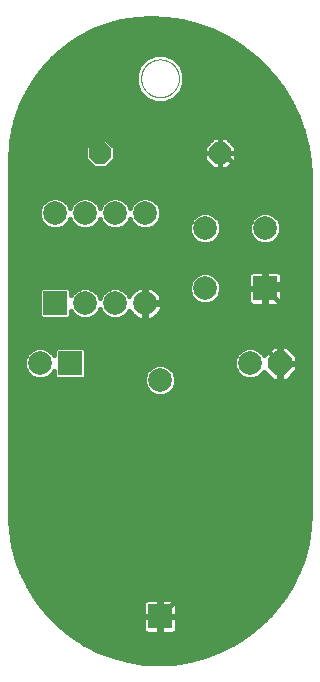
<source format=gbl>
G75*
%MOIN*%
%OFA0B0*%
%FSLAX25Y25*%
%IPPOS*%
%LPD*%
%AMOC8*
5,1,8,0,0,1.08239X$1,22.5*
%
%ADD10C,0.00000*%
%ADD11OC8,0.07087*%
%ADD12R,0.07874X0.07874*%
%ADD13C,0.07874*%
%ADD14OC8,0.07874*%
%ADD15C,0.01600*%
D10*
X0045561Y0196800D02*
X0045563Y0196958D01*
X0045569Y0197116D01*
X0045579Y0197274D01*
X0045593Y0197432D01*
X0045611Y0197589D01*
X0045632Y0197746D01*
X0045658Y0197902D01*
X0045688Y0198058D01*
X0045721Y0198213D01*
X0045759Y0198366D01*
X0045800Y0198519D01*
X0045845Y0198671D01*
X0045894Y0198822D01*
X0045947Y0198971D01*
X0046003Y0199119D01*
X0046063Y0199265D01*
X0046127Y0199410D01*
X0046195Y0199553D01*
X0046266Y0199695D01*
X0046340Y0199835D01*
X0046418Y0199972D01*
X0046500Y0200108D01*
X0046584Y0200242D01*
X0046673Y0200373D01*
X0046764Y0200502D01*
X0046859Y0200629D01*
X0046956Y0200754D01*
X0047057Y0200876D01*
X0047161Y0200995D01*
X0047268Y0201112D01*
X0047378Y0201226D01*
X0047491Y0201337D01*
X0047606Y0201446D01*
X0047724Y0201551D01*
X0047845Y0201653D01*
X0047968Y0201753D01*
X0048094Y0201849D01*
X0048222Y0201942D01*
X0048352Y0202032D01*
X0048485Y0202118D01*
X0048620Y0202202D01*
X0048756Y0202281D01*
X0048895Y0202358D01*
X0049036Y0202430D01*
X0049178Y0202500D01*
X0049322Y0202565D01*
X0049468Y0202627D01*
X0049615Y0202685D01*
X0049764Y0202740D01*
X0049914Y0202791D01*
X0050065Y0202838D01*
X0050217Y0202881D01*
X0050370Y0202920D01*
X0050525Y0202956D01*
X0050680Y0202987D01*
X0050836Y0203015D01*
X0050992Y0203039D01*
X0051149Y0203059D01*
X0051307Y0203075D01*
X0051464Y0203087D01*
X0051623Y0203095D01*
X0051781Y0203099D01*
X0051939Y0203099D01*
X0052097Y0203095D01*
X0052256Y0203087D01*
X0052413Y0203075D01*
X0052571Y0203059D01*
X0052728Y0203039D01*
X0052884Y0203015D01*
X0053040Y0202987D01*
X0053195Y0202956D01*
X0053350Y0202920D01*
X0053503Y0202881D01*
X0053655Y0202838D01*
X0053806Y0202791D01*
X0053956Y0202740D01*
X0054105Y0202685D01*
X0054252Y0202627D01*
X0054398Y0202565D01*
X0054542Y0202500D01*
X0054684Y0202430D01*
X0054825Y0202358D01*
X0054964Y0202281D01*
X0055100Y0202202D01*
X0055235Y0202118D01*
X0055368Y0202032D01*
X0055498Y0201942D01*
X0055626Y0201849D01*
X0055752Y0201753D01*
X0055875Y0201653D01*
X0055996Y0201551D01*
X0056114Y0201446D01*
X0056229Y0201337D01*
X0056342Y0201226D01*
X0056452Y0201112D01*
X0056559Y0200995D01*
X0056663Y0200876D01*
X0056764Y0200754D01*
X0056861Y0200629D01*
X0056956Y0200502D01*
X0057047Y0200373D01*
X0057136Y0200242D01*
X0057220Y0200108D01*
X0057302Y0199972D01*
X0057380Y0199835D01*
X0057454Y0199695D01*
X0057525Y0199553D01*
X0057593Y0199410D01*
X0057657Y0199265D01*
X0057717Y0199119D01*
X0057773Y0198971D01*
X0057826Y0198822D01*
X0057875Y0198671D01*
X0057920Y0198519D01*
X0057961Y0198366D01*
X0057999Y0198213D01*
X0058032Y0198058D01*
X0058062Y0197902D01*
X0058088Y0197746D01*
X0058109Y0197589D01*
X0058127Y0197432D01*
X0058141Y0197274D01*
X0058151Y0197116D01*
X0058157Y0196958D01*
X0058159Y0196800D01*
X0058157Y0196642D01*
X0058151Y0196484D01*
X0058141Y0196326D01*
X0058127Y0196168D01*
X0058109Y0196011D01*
X0058088Y0195854D01*
X0058062Y0195698D01*
X0058032Y0195542D01*
X0057999Y0195387D01*
X0057961Y0195234D01*
X0057920Y0195081D01*
X0057875Y0194929D01*
X0057826Y0194778D01*
X0057773Y0194629D01*
X0057717Y0194481D01*
X0057657Y0194335D01*
X0057593Y0194190D01*
X0057525Y0194047D01*
X0057454Y0193905D01*
X0057380Y0193765D01*
X0057302Y0193628D01*
X0057220Y0193492D01*
X0057136Y0193358D01*
X0057047Y0193227D01*
X0056956Y0193098D01*
X0056861Y0192971D01*
X0056764Y0192846D01*
X0056663Y0192724D01*
X0056559Y0192605D01*
X0056452Y0192488D01*
X0056342Y0192374D01*
X0056229Y0192263D01*
X0056114Y0192154D01*
X0055996Y0192049D01*
X0055875Y0191947D01*
X0055752Y0191847D01*
X0055626Y0191751D01*
X0055498Y0191658D01*
X0055368Y0191568D01*
X0055235Y0191482D01*
X0055100Y0191398D01*
X0054964Y0191319D01*
X0054825Y0191242D01*
X0054684Y0191170D01*
X0054542Y0191100D01*
X0054398Y0191035D01*
X0054252Y0190973D01*
X0054105Y0190915D01*
X0053956Y0190860D01*
X0053806Y0190809D01*
X0053655Y0190762D01*
X0053503Y0190719D01*
X0053350Y0190680D01*
X0053195Y0190644D01*
X0053040Y0190613D01*
X0052884Y0190585D01*
X0052728Y0190561D01*
X0052571Y0190541D01*
X0052413Y0190525D01*
X0052256Y0190513D01*
X0052097Y0190505D01*
X0051939Y0190501D01*
X0051781Y0190501D01*
X0051623Y0190505D01*
X0051464Y0190513D01*
X0051307Y0190525D01*
X0051149Y0190541D01*
X0050992Y0190561D01*
X0050836Y0190585D01*
X0050680Y0190613D01*
X0050525Y0190644D01*
X0050370Y0190680D01*
X0050217Y0190719D01*
X0050065Y0190762D01*
X0049914Y0190809D01*
X0049764Y0190860D01*
X0049615Y0190915D01*
X0049468Y0190973D01*
X0049322Y0191035D01*
X0049178Y0191100D01*
X0049036Y0191170D01*
X0048895Y0191242D01*
X0048756Y0191319D01*
X0048620Y0191398D01*
X0048485Y0191482D01*
X0048352Y0191568D01*
X0048222Y0191658D01*
X0048094Y0191751D01*
X0047968Y0191847D01*
X0047845Y0191947D01*
X0047724Y0192049D01*
X0047606Y0192154D01*
X0047491Y0192263D01*
X0047378Y0192374D01*
X0047268Y0192488D01*
X0047161Y0192605D01*
X0047057Y0192724D01*
X0046956Y0192846D01*
X0046859Y0192971D01*
X0046764Y0193098D01*
X0046673Y0193227D01*
X0046584Y0193358D01*
X0046500Y0193492D01*
X0046418Y0193628D01*
X0046340Y0193765D01*
X0046266Y0193905D01*
X0046195Y0194047D01*
X0046127Y0194190D01*
X0046063Y0194335D01*
X0046003Y0194481D01*
X0045947Y0194629D01*
X0045894Y0194778D01*
X0045845Y0194929D01*
X0045800Y0195081D01*
X0045759Y0195234D01*
X0045721Y0195387D01*
X0045688Y0195542D01*
X0045658Y0195698D01*
X0045632Y0195854D01*
X0045611Y0196011D01*
X0045593Y0196168D01*
X0045579Y0196326D01*
X0045569Y0196484D01*
X0045563Y0196642D01*
X0045561Y0196800D01*
D11*
X0031860Y0171800D03*
X0071860Y0171800D03*
D12*
X0086860Y0126800D03*
X0021860Y0101800D03*
X0016860Y0121800D03*
X0051860Y0017430D03*
D13*
X0051860Y0096170D03*
X0046860Y0121800D03*
X0036860Y0121800D03*
X0026860Y0121800D03*
X0011860Y0101800D03*
X0016860Y0151800D03*
X0026860Y0151800D03*
X0036860Y0151800D03*
X0046860Y0151800D03*
X0066860Y0146800D03*
X0066860Y0126800D03*
X0081860Y0101800D03*
X0086860Y0146800D03*
D14*
X0091860Y0101800D03*
D15*
X0011313Y0022204D02*
X0014574Y0018177D01*
X0018237Y0014514D01*
X0022264Y0011253D01*
X0026609Y0008431D01*
X0031225Y0006079D01*
X0036062Y0004223D01*
X0041066Y0002882D01*
X0046184Y0002071D01*
X0051358Y0001800D01*
X0056636Y0002077D01*
X0061858Y0002904D01*
X0066964Y0004272D01*
X0071899Y0006166D01*
X0076609Y0008566D01*
X0081042Y0011445D01*
X0085150Y0014772D01*
X0088888Y0018510D01*
X0092215Y0022618D01*
X0095094Y0027051D01*
X0097494Y0031761D01*
X0099388Y0036696D01*
X0100756Y0041802D01*
X0101583Y0047024D01*
X0101860Y0052303D01*
X0101860Y0163649D01*
X0101604Y0168859D01*
X0100839Y0174018D01*
X0099571Y0179078D01*
X0097814Y0183989D01*
X0095584Y0188704D01*
X0092903Y0193178D01*
X0089795Y0197368D01*
X0086293Y0201233D01*
X0082428Y0204735D01*
X0078238Y0207842D01*
X0073764Y0210524D01*
X0069049Y0212754D01*
X0064138Y0214511D01*
X0059079Y0215779D01*
X0053919Y0216544D01*
X0048709Y0216800D01*
X0043812Y0216543D01*
X0038969Y0215776D01*
X0034232Y0214507D01*
X0029654Y0212750D01*
X0025285Y0210523D01*
X0021172Y0207853D01*
X0017361Y0204767D01*
X0013894Y0201299D01*
X0010807Y0197488D01*
X0008137Y0193375D01*
X0005910Y0189006D01*
X0004153Y0184428D01*
X0002884Y0179691D01*
X0002117Y0174848D01*
X0001860Y0169951D01*
X0001860Y0051297D01*
X0002131Y0046124D01*
X0002942Y0041006D01*
X0004283Y0036002D01*
X0006139Y0031165D01*
X0008491Y0026549D01*
X0011313Y0022204D01*
X0010936Y0022785D02*
X0046796Y0022785D01*
X0046818Y0022807D02*
X0046483Y0022472D01*
X0046246Y0022062D01*
X0046123Y0021604D01*
X0046123Y0017614D01*
X0051676Y0017614D01*
X0051676Y0017246D01*
X0046123Y0017246D01*
X0046123Y0013256D01*
X0046246Y0012798D01*
X0046483Y0012388D01*
X0046818Y0012053D01*
X0047228Y0011816D01*
X0047686Y0011693D01*
X0051676Y0011693D01*
X0051676Y0017246D01*
X0052044Y0017246D01*
X0052044Y0017614D01*
X0051676Y0017614D01*
X0051676Y0023167D01*
X0047686Y0023167D01*
X0047228Y0023044D01*
X0046818Y0022807D01*
X0046123Y0021187D02*
X0012137Y0021187D01*
X0013431Y0019588D02*
X0046123Y0019588D01*
X0046123Y0017990D02*
X0014761Y0017990D01*
X0016360Y0016391D02*
X0046123Y0016391D01*
X0046123Y0014793D02*
X0017958Y0014793D01*
X0019867Y0013194D02*
X0046140Y0013194D01*
X0051676Y0013194D02*
X0052044Y0013194D01*
X0052044Y0011693D02*
X0056034Y0011693D01*
X0056492Y0011816D01*
X0056902Y0012053D01*
X0057237Y0012388D01*
X0057474Y0012798D01*
X0057597Y0013256D01*
X0057597Y0017246D01*
X0052044Y0017246D01*
X0052044Y0011693D01*
X0052044Y0014793D02*
X0051676Y0014793D01*
X0051676Y0016391D02*
X0052044Y0016391D01*
X0051860Y0017430D02*
X0091860Y0057430D01*
X0091860Y0101800D01*
X0071860Y0121800D01*
X0071099Y0123491D02*
X0081123Y0123491D01*
X0081123Y0122626D02*
X0081246Y0122168D01*
X0081483Y0121758D01*
X0081818Y0121423D01*
X0082228Y0121186D01*
X0082686Y0121063D01*
X0086676Y0121063D01*
X0086676Y0126616D01*
X0081123Y0126616D01*
X0081123Y0122626D01*
X0081405Y0121893D02*
X0068959Y0121893D01*
X0069883Y0122276D02*
X0071385Y0123777D01*
X0072197Y0125738D01*
X0072197Y0127862D01*
X0071385Y0129823D01*
X0069883Y0131324D01*
X0067922Y0132137D01*
X0065798Y0132137D01*
X0063837Y0131324D01*
X0062336Y0129823D01*
X0061523Y0127862D01*
X0061523Y0125738D01*
X0062336Y0123777D01*
X0063837Y0122276D01*
X0065798Y0121463D01*
X0067922Y0121463D01*
X0069883Y0122276D01*
X0071928Y0125090D02*
X0081123Y0125090D01*
X0081123Y0126984D02*
X0086676Y0126984D01*
X0086676Y0126616D01*
X0087044Y0126616D01*
X0087044Y0121063D01*
X0091034Y0121063D01*
X0091492Y0121186D01*
X0091902Y0121423D01*
X0092237Y0121758D01*
X0092474Y0122168D01*
X0092597Y0122626D01*
X0092597Y0126616D01*
X0087044Y0126616D01*
X0087044Y0126984D01*
X0086676Y0126984D01*
X0086676Y0132537D01*
X0082686Y0132537D01*
X0082228Y0132414D01*
X0081818Y0132177D01*
X0081483Y0131842D01*
X0081246Y0131432D01*
X0081123Y0130974D01*
X0081123Y0126984D01*
X0081123Y0128287D02*
X0072021Y0128287D01*
X0072197Y0126688D02*
X0086676Y0126688D01*
X0086860Y0126800D02*
X0091860Y0121800D01*
X0091860Y0101800D01*
X0092044Y0101984D02*
X0091676Y0101984D01*
X0091676Y0107537D01*
X0089484Y0107537D01*
X0086497Y0104551D01*
X0086385Y0104823D01*
X0084883Y0106324D01*
X0082922Y0107137D01*
X0080798Y0107137D01*
X0078837Y0106324D01*
X0077336Y0104823D01*
X0076523Y0102862D01*
X0076523Y0100738D01*
X0077336Y0098777D01*
X0078837Y0097276D01*
X0080798Y0096463D01*
X0082922Y0096463D01*
X0084883Y0097276D01*
X0086385Y0098777D01*
X0086497Y0099049D01*
X0089484Y0096063D01*
X0091676Y0096063D01*
X0091676Y0101616D01*
X0092044Y0101616D01*
X0092044Y0096063D01*
X0094236Y0096063D01*
X0097597Y0099424D01*
X0097597Y0101616D01*
X0092044Y0101616D01*
X0092044Y0101984D01*
X0092044Y0107537D01*
X0094236Y0107537D01*
X0097597Y0104176D01*
X0097597Y0101984D01*
X0092044Y0101984D01*
X0092044Y0102711D02*
X0091676Y0102711D01*
X0091676Y0104309D02*
X0092044Y0104309D01*
X0092044Y0105908D02*
X0091676Y0105908D01*
X0091676Y0107506D02*
X0092044Y0107506D01*
X0094267Y0107506D02*
X0101860Y0107506D01*
X0101860Y0105908D02*
X0095866Y0105908D01*
X0097464Y0104309D02*
X0101860Y0104309D01*
X0101860Y0102711D02*
X0097597Y0102711D01*
X0097597Y0101112D02*
X0101860Y0101112D01*
X0101860Y0099514D02*
X0097597Y0099514D01*
X0096089Y0097915D02*
X0101860Y0097915D01*
X0101860Y0096317D02*
X0094490Y0096317D01*
X0092044Y0096317D02*
X0091676Y0096317D01*
X0091676Y0097915D02*
X0092044Y0097915D01*
X0092044Y0099514D02*
X0091676Y0099514D01*
X0091676Y0101112D02*
X0092044Y0101112D01*
X0089230Y0096317D02*
X0057197Y0096317D01*
X0057197Y0097232D02*
X0056385Y0099193D01*
X0054883Y0100695D01*
X0052922Y0101507D01*
X0050798Y0101507D01*
X0048837Y0100695D01*
X0047336Y0099193D01*
X0046523Y0097232D01*
X0046523Y0095108D01*
X0047336Y0093147D01*
X0048837Y0091646D01*
X0050798Y0090833D01*
X0052922Y0090833D01*
X0054883Y0091646D01*
X0056385Y0093147D01*
X0057197Y0095108D01*
X0057197Y0097232D01*
X0056914Y0097915D02*
X0078197Y0097915D01*
X0077030Y0099514D02*
X0056064Y0099514D01*
X0053875Y0101112D02*
X0076523Y0101112D01*
X0076523Y0102711D02*
X0027197Y0102711D01*
X0027197Y0104309D02*
X0077123Y0104309D01*
X0078420Y0105908D02*
X0027197Y0105908D01*
X0027197Y0106317D02*
X0026377Y0107137D01*
X0017343Y0107137D01*
X0016523Y0106317D01*
X0016523Y0104489D01*
X0016385Y0104823D01*
X0014883Y0106324D01*
X0012922Y0107137D01*
X0010798Y0107137D01*
X0008837Y0106324D01*
X0007336Y0104823D01*
X0006523Y0102862D01*
X0006523Y0100738D01*
X0007336Y0098777D01*
X0008837Y0097276D01*
X0010798Y0096463D01*
X0012922Y0096463D01*
X0014883Y0097276D01*
X0016385Y0098777D01*
X0016523Y0099111D01*
X0016523Y0097283D01*
X0017343Y0096463D01*
X0026377Y0096463D01*
X0027197Y0097283D01*
X0027197Y0106317D01*
X0027197Y0101112D02*
X0049845Y0101112D01*
X0047656Y0099514D02*
X0027197Y0099514D01*
X0027197Y0097915D02*
X0046806Y0097915D01*
X0046523Y0096317D02*
X0001860Y0096317D01*
X0001860Y0097915D02*
X0008197Y0097915D01*
X0007030Y0099514D02*
X0001860Y0099514D01*
X0001860Y0101112D02*
X0006523Y0101112D01*
X0006523Y0102711D02*
X0001860Y0102711D01*
X0001860Y0104309D02*
X0007123Y0104309D01*
X0008420Y0105908D02*
X0001860Y0105908D01*
X0001860Y0107506D02*
X0089453Y0107506D01*
X0087854Y0105908D02*
X0085300Y0105908D01*
X0085523Y0097915D02*
X0087632Y0097915D01*
X0101860Y0094718D02*
X0057035Y0094718D01*
X0056357Y0093120D02*
X0101860Y0093120D01*
X0101860Y0091521D02*
X0054583Y0091521D01*
X0049137Y0091521D02*
X0001860Y0091521D01*
X0001860Y0089923D02*
X0101860Y0089923D01*
X0101860Y0088324D02*
X0001860Y0088324D01*
X0001860Y0086726D02*
X0101860Y0086726D01*
X0101860Y0085127D02*
X0001860Y0085127D01*
X0001860Y0083529D02*
X0101860Y0083529D01*
X0101860Y0081930D02*
X0001860Y0081930D01*
X0001860Y0080332D02*
X0101860Y0080332D01*
X0101860Y0078733D02*
X0001860Y0078733D01*
X0001860Y0077134D02*
X0101860Y0077134D01*
X0101860Y0075536D02*
X0001860Y0075536D01*
X0001860Y0073937D02*
X0101860Y0073937D01*
X0101860Y0072339D02*
X0001860Y0072339D01*
X0001860Y0070740D02*
X0101860Y0070740D01*
X0101860Y0069142D02*
X0001860Y0069142D01*
X0001860Y0067543D02*
X0101860Y0067543D01*
X0101860Y0065945D02*
X0001860Y0065945D01*
X0001860Y0064346D02*
X0101860Y0064346D01*
X0101860Y0062748D02*
X0001860Y0062748D01*
X0001860Y0061149D02*
X0101860Y0061149D01*
X0101860Y0059551D02*
X0001860Y0059551D01*
X0001860Y0057952D02*
X0101860Y0057952D01*
X0101860Y0056354D02*
X0001860Y0056354D01*
X0001860Y0054755D02*
X0101860Y0054755D01*
X0101860Y0053157D02*
X0001860Y0053157D01*
X0001860Y0051558D02*
X0101821Y0051558D01*
X0101737Y0049960D02*
X0001930Y0049960D01*
X0002014Y0048361D02*
X0101654Y0048361D01*
X0101542Y0046763D02*
X0002098Y0046763D01*
X0002283Y0045164D02*
X0101289Y0045164D01*
X0101036Y0043566D02*
X0002536Y0043566D01*
X0002790Y0041967D02*
X0100783Y0041967D01*
X0100372Y0040369D02*
X0003113Y0040369D01*
X0003541Y0038770D02*
X0099944Y0038770D01*
X0099516Y0037172D02*
X0003969Y0037172D01*
X0004447Y0035573D02*
X0098957Y0035573D01*
X0098344Y0033975D02*
X0005061Y0033975D01*
X0005674Y0032376D02*
X0097730Y0032376D01*
X0096993Y0030778D02*
X0006337Y0030778D01*
X0007151Y0029179D02*
X0096178Y0029179D01*
X0095364Y0027581D02*
X0007966Y0027581D01*
X0008859Y0025982D02*
X0094400Y0025982D01*
X0093362Y0024384D02*
X0009898Y0024384D01*
X0021841Y0011596D02*
X0081228Y0011596D01*
X0078812Y0009997D02*
X0024198Y0009997D01*
X0026673Y0008399D02*
X0076280Y0008399D01*
X0073143Y0006800D02*
X0029811Y0006800D01*
X0033512Y0005201D02*
X0069386Y0005201D01*
X0064468Y0003603D02*
X0038374Y0003603D01*
X0047456Y0002004D02*
X0055259Y0002004D01*
X0057580Y0013194D02*
X0083202Y0013194D01*
X0085171Y0014793D02*
X0057597Y0014793D01*
X0057597Y0016391D02*
X0086770Y0016391D01*
X0088368Y0017990D02*
X0057597Y0017990D01*
X0057597Y0017614D02*
X0057597Y0021604D01*
X0057474Y0022062D01*
X0057237Y0022472D01*
X0056902Y0022807D01*
X0056492Y0023044D01*
X0056034Y0023167D01*
X0052044Y0023167D01*
X0052044Y0017614D01*
X0057597Y0017614D01*
X0057597Y0019588D02*
X0089761Y0019588D01*
X0091056Y0021187D02*
X0057597Y0021187D01*
X0056924Y0022785D02*
X0092324Y0022785D01*
X0052044Y0022785D02*
X0051676Y0022785D01*
X0051676Y0021187D02*
X0052044Y0021187D01*
X0052044Y0019588D02*
X0051676Y0019588D01*
X0051676Y0017990D02*
X0052044Y0017990D01*
X0047363Y0093120D02*
X0001860Y0093120D01*
X0001860Y0094718D02*
X0046685Y0094718D01*
X0046560Y0116063D02*
X0046560Y0121500D01*
X0047160Y0121500D01*
X0047160Y0116063D01*
X0047312Y0116063D01*
X0048203Y0116204D01*
X0049062Y0116483D01*
X0049867Y0116893D01*
X0050597Y0117424D01*
X0051236Y0118063D01*
X0051767Y0118793D01*
X0052177Y0119598D01*
X0052456Y0120457D01*
X0052597Y0121348D01*
X0052597Y0121500D01*
X0047160Y0121500D01*
X0047160Y0122100D01*
X0046560Y0122100D01*
X0046560Y0127537D01*
X0046409Y0127537D01*
X0045517Y0127396D01*
X0044658Y0127117D01*
X0043853Y0126707D01*
X0043123Y0126176D01*
X0042484Y0125537D01*
X0041953Y0124807D01*
X0041643Y0124198D01*
X0041385Y0124823D01*
X0039883Y0126324D01*
X0037922Y0127137D01*
X0035798Y0127137D01*
X0033837Y0126324D01*
X0032336Y0124823D01*
X0031860Y0123675D01*
X0031385Y0124823D01*
X0029883Y0126324D01*
X0027922Y0127137D01*
X0025798Y0127137D01*
X0023837Y0126324D01*
X0022336Y0124823D01*
X0022197Y0124489D01*
X0022197Y0126317D01*
X0021377Y0127137D01*
X0012343Y0127137D01*
X0011523Y0126317D01*
X0011523Y0117283D01*
X0012343Y0116463D01*
X0021377Y0116463D01*
X0022197Y0117283D01*
X0022197Y0119111D01*
X0022336Y0118777D01*
X0023837Y0117276D01*
X0025798Y0116463D01*
X0027922Y0116463D01*
X0029883Y0117276D01*
X0031385Y0118777D01*
X0031860Y0119925D01*
X0032336Y0118777D01*
X0033837Y0117276D01*
X0035798Y0116463D01*
X0037922Y0116463D01*
X0039883Y0117276D01*
X0041385Y0118777D01*
X0041643Y0119402D01*
X0041953Y0118793D01*
X0042484Y0118063D01*
X0043123Y0117424D01*
X0043853Y0116893D01*
X0044658Y0116483D01*
X0045517Y0116204D01*
X0046409Y0116063D01*
X0046560Y0116063D01*
X0046560Y0117097D02*
X0047160Y0117097D01*
X0047160Y0118696D02*
X0046560Y0118696D01*
X0046560Y0120294D02*
X0047160Y0120294D01*
X0047160Y0121893D02*
X0064761Y0121893D01*
X0062621Y0123491D02*
X0052343Y0123491D01*
X0052456Y0123143D02*
X0052177Y0124002D01*
X0051767Y0124807D01*
X0051236Y0125537D01*
X0050597Y0126176D01*
X0049867Y0126707D01*
X0049062Y0127117D01*
X0048203Y0127396D01*
X0047312Y0127537D01*
X0047160Y0127537D01*
X0047160Y0122100D01*
X0052597Y0122100D01*
X0052597Y0122252D01*
X0052456Y0123143D01*
X0051561Y0125090D02*
X0061792Y0125090D01*
X0061523Y0126688D02*
X0049892Y0126688D01*
X0047160Y0126688D02*
X0046560Y0126688D01*
X0046560Y0125090D02*
X0047160Y0125090D01*
X0047160Y0123491D02*
X0046560Y0123491D01*
X0043828Y0126688D02*
X0039005Y0126688D01*
X0041118Y0125090D02*
X0042159Y0125090D01*
X0042024Y0118696D02*
X0041304Y0118696D01*
X0039453Y0117097D02*
X0043572Y0117097D01*
X0050148Y0117097D02*
X0101860Y0117097D01*
X0101860Y0115499D02*
X0001860Y0115499D01*
X0001860Y0117097D02*
X0011709Y0117097D01*
X0011523Y0118696D02*
X0001860Y0118696D01*
X0001860Y0120294D02*
X0011523Y0120294D01*
X0011523Y0121893D02*
X0001860Y0121893D01*
X0001860Y0123491D02*
X0011523Y0123491D01*
X0011523Y0125090D02*
X0001860Y0125090D01*
X0001860Y0126688D02*
X0011895Y0126688D01*
X0021826Y0126688D02*
X0024715Y0126688D01*
X0022602Y0125090D02*
X0022197Y0125090D01*
X0022197Y0118696D02*
X0022417Y0118696D01*
X0022011Y0117097D02*
X0024267Y0117097D01*
X0029453Y0117097D02*
X0034267Y0117097D01*
X0032417Y0118696D02*
X0031304Y0118696D01*
X0031118Y0125090D02*
X0032602Y0125090D01*
X0034715Y0126688D02*
X0029005Y0126688D01*
X0016523Y0105908D02*
X0015300Y0105908D01*
X0015523Y0097915D02*
X0016523Y0097915D01*
X0001860Y0109105D02*
X0101860Y0109105D01*
X0101860Y0110703D02*
X0001860Y0110703D01*
X0001860Y0112302D02*
X0101860Y0112302D01*
X0101860Y0113900D02*
X0001860Y0113900D01*
X0001860Y0128287D02*
X0061699Y0128287D01*
X0062398Y0129885D02*
X0001860Y0129885D01*
X0001860Y0131484D02*
X0064222Y0131484D01*
X0069498Y0131484D02*
X0081276Y0131484D01*
X0081123Y0129885D02*
X0071322Y0129885D01*
X0067922Y0141463D02*
X0065798Y0141463D01*
X0063837Y0142276D01*
X0062336Y0143777D01*
X0061523Y0145738D01*
X0061523Y0147862D01*
X0062336Y0149823D01*
X0063837Y0151324D01*
X0065798Y0152137D01*
X0067922Y0152137D01*
X0069883Y0151324D01*
X0071385Y0149823D01*
X0072197Y0147862D01*
X0072197Y0145738D01*
X0071385Y0143777D01*
X0069883Y0142276D01*
X0067922Y0141463D01*
X0070281Y0142673D02*
X0083439Y0142673D01*
X0083837Y0142276D02*
X0085798Y0141463D01*
X0087922Y0141463D01*
X0089883Y0142276D01*
X0091385Y0143777D01*
X0092197Y0145738D01*
X0092197Y0147862D01*
X0091385Y0149823D01*
X0089883Y0151324D01*
X0087922Y0152137D01*
X0085798Y0152137D01*
X0083837Y0151324D01*
X0082336Y0149823D01*
X0081523Y0147862D01*
X0081523Y0145738D01*
X0082336Y0143777D01*
X0083837Y0142276D01*
X0082130Y0144272D02*
X0071590Y0144272D01*
X0072197Y0145870D02*
X0081523Y0145870D01*
X0081523Y0147469D02*
X0072197Y0147469D01*
X0071698Y0149068D02*
X0082023Y0149068D01*
X0083178Y0150666D02*
X0070542Y0150666D01*
X0063178Y0150666D02*
X0052167Y0150666D01*
X0052197Y0150738D02*
X0051385Y0148777D01*
X0049883Y0147276D01*
X0047922Y0146463D01*
X0045798Y0146463D01*
X0043837Y0147276D01*
X0042336Y0148777D01*
X0041860Y0149925D01*
X0041385Y0148777D01*
X0039883Y0147276D01*
X0037922Y0146463D01*
X0035798Y0146463D01*
X0033837Y0147276D01*
X0032336Y0148777D01*
X0031860Y0149925D01*
X0031385Y0148777D01*
X0029883Y0147276D01*
X0027922Y0146463D01*
X0025798Y0146463D01*
X0023837Y0147276D01*
X0022336Y0148777D01*
X0021860Y0149925D01*
X0021385Y0148777D01*
X0019883Y0147276D01*
X0017922Y0146463D01*
X0015798Y0146463D01*
X0013837Y0147276D01*
X0012336Y0148777D01*
X0011523Y0150738D01*
X0011523Y0152862D01*
X0012336Y0154823D01*
X0013837Y0156324D01*
X0015798Y0157137D01*
X0017922Y0157137D01*
X0019883Y0156324D01*
X0021385Y0154823D01*
X0021860Y0153675D01*
X0022336Y0154823D01*
X0023837Y0156324D01*
X0025798Y0157137D01*
X0027922Y0157137D01*
X0029883Y0156324D01*
X0031385Y0154823D01*
X0031860Y0153675D01*
X0032336Y0154823D01*
X0033837Y0156324D01*
X0035798Y0157137D01*
X0037922Y0157137D01*
X0039883Y0156324D01*
X0041385Y0154823D01*
X0041860Y0153675D01*
X0042336Y0154823D01*
X0043837Y0156324D01*
X0045798Y0157137D01*
X0047922Y0157137D01*
X0049883Y0156324D01*
X0051385Y0154823D01*
X0052197Y0152862D01*
X0052197Y0150738D01*
X0052197Y0152265D02*
X0101860Y0152265D01*
X0101860Y0153863D02*
X0051782Y0153863D01*
X0050746Y0155462D02*
X0101860Y0155462D01*
X0101860Y0157060D02*
X0048107Y0157060D01*
X0045613Y0157060D02*
X0038107Y0157060D01*
X0040746Y0155462D02*
X0042974Y0155462D01*
X0041938Y0153863D02*
X0041782Y0153863D01*
X0041505Y0149068D02*
X0042215Y0149068D01*
X0043643Y0147469D02*
X0040077Y0147469D01*
X0033643Y0147469D02*
X0030077Y0147469D01*
X0031505Y0149068D02*
X0032215Y0149068D01*
X0031938Y0153863D02*
X0031782Y0153863D01*
X0030746Y0155462D02*
X0032974Y0155462D01*
X0035613Y0157060D02*
X0028107Y0157060D01*
X0025613Y0157060D02*
X0018107Y0157060D01*
X0015613Y0157060D02*
X0001860Y0157060D01*
X0001860Y0155462D02*
X0012974Y0155462D01*
X0011938Y0153863D02*
X0001860Y0153863D01*
X0001860Y0152265D02*
X0011523Y0152265D01*
X0011553Y0150666D02*
X0001860Y0150666D01*
X0001860Y0149068D02*
X0012215Y0149068D01*
X0013643Y0147469D02*
X0001860Y0147469D01*
X0001860Y0145870D02*
X0061523Y0145870D01*
X0061523Y0147469D02*
X0050077Y0147469D01*
X0051505Y0149068D02*
X0062023Y0149068D01*
X0062130Y0144272D02*
X0001860Y0144272D01*
X0001860Y0142673D02*
X0063439Y0142673D01*
X0052403Y0120294D02*
X0101860Y0120294D01*
X0101860Y0118696D02*
X0051696Y0118696D01*
X0023643Y0147469D02*
X0020077Y0147469D01*
X0021505Y0149068D02*
X0022215Y0149068D01*
X0021938Y0153863D02*
X0021782Y0153863D01*
X0020746Y0155462D02*
X0022974Y0155462D01*
X0029812Y0166857D02*
X0033908Y0166857D01*
X0036803Y0169752D01*
X0036803Y0173848D01*
X0033908Y0176743D01*
X0029812Y0176743D01*
X0026917Y0173848D01*
X0026917Y0169752D01*
X0029812Y0166857D01*
X0028420Y0168250D02*
X0001860Y0168250D01*
X0001860Y0169848D02*
X0026917Y0169848D01*
X0026917Y0171447D02*
X0001938Y0171447D01*
X0002022Y0173045D02*
X0026917Y0173045D01*
X0027713Y0174644D02*
X0002106Y0174644D01*
X0002338Y0176242D02*
X0029311Y0176242D01*
X0034409Y0176242D02*
X0068746Y0176242D01*
X0069647Y0177143D02*
X0066517Y0174013D01*
X0066517Y0171800D01*
X0066517Y0169587D01*
X0069647Y0166457D01*
X0071860Y0166457D01*
X0074073Y0166457D01*
X0077203Y0169587D01*
X0077203Y0171800D01*
X0071860Y0171800D01*
X0071860Y0171800D01*
X0066517Y0171800D01*
X0071860Y0171800D01*
X0085610Y0161800D01*
X0094360Y0153050D01*
X0094360Y0129300D01*
X0086860Y0126800D01*
X0087044Y0126688D02*
X0101860Y0126688D01*
X0101860Y0125090D02*
X0092597Y0125090D01*
X0092597Y0123491D02*
X0101860Y0123491D01*
X0101860Y0121893D02*
X0092315Y0121893D01*
X0092597Y0126984D02*
X0092597Y0130974D01*
X0092474Y0131432D01*
X0092237Y0131842D01*
X0091902Y0132177D01*
X0091492Y0132414D01*
X0091034Y0132537D01*
X0087044Y0132537D01*
X0087044Y0126984D01*
X0092597Y0126984D01*
X0092597Y0128287D02*
X0101860Y0128287D01*
X0101860Y0129885D02*
X0092597Y0129885D01*
X0092444Y0131484D02*
X0101860Y0131484D01*
X0101860Y0133082D02*
X0001860Y0133082D01*
X0001860Y0134681D02*
X0101860Y0134681D01*
X0101860Y0136279D02*
X0001860Y0136279D01*
X0001860Y0137878D02*
X0101860Y0137878D01*
X0101860Y0139476D02*
X0001860Y0139476D01*
X0001860Y0141075D02*
X0101860Y0141075D01*
X0101860Y0142673D02*
X0090281Y0142673D01*
X0091590Y0144272D02*
X0101860Y0144272D01*
X0101860Y0145870D02*
X0092197Y0145870D01*
X0092197Y0147469D02*
X0101860Y0147469D01*
X0101860Y0149068D02*
X0091698Y0149068D01*
X0090542Y0150666D02*
X0101860Y0150666D01*
X0101860Y0158659D02*
X0001860Y0158659D01*
X0001860Y0160257D02*
X0101860Y0160257D01*
X0101860Y0161856D02*
X0001860Y0161856D01*
X0001860Y0163454D02*
X0101860Y0163454D01*
X0101791Y0165053D02*
X0001860Y0165053D01*
X0001860Y0166651D02*
X0069452Y0166651D01*
X0067854Y0168250D02*
X0035301Y0168250D01*
X0036803Y0169848D02*
X0066517Y0169848D01*
X0066517Y0171447D02*
X0036803Y0171447D01*
X0036803Y0173045D02*
X0066517Y0173045D01*
X0067147Y0174644D02*
X0036007Y0174644D01*
X0047272Y0189934D02*
X0044994Y0192212D01*
X0043761Y0195189D01*
X0043761Y0198411D01*
X0044994Y0201388D01*
X0047272Y0203666D01*
X0050249Y0204899D01*
X0053471Y0204899D01*
X0056448Y0203666D01*
X0058726Y0201388D01*
X0059959Y0198411D01*
X0059959Y0195189D01*
X0058726Y0192212D01*
X0056448Y0189934D01*
X0053471Y0188701D01*
X0050249Y0188701D01*
X0047272Y0189934D01*
X0046577Y0190629D02*
X0006737Y0190629D01*
X0007552Y0192227D02*
X0044988Y0192227D01*
X0044325Y0193826D02*
X0008429Y0193826D01*
X0009467Y0195424D02*
X0043761Y0195424D01*
X0043761Y0197023D02*
X0010505Y0197023D01*
X0011725Y0198621D02*
X0043848Y0198621D01*
X0044510Y0200220D02*
X0013020Y0200220D01*
X0014413Y0201818D02*
X0045424Y0201818D01*
X0047023Y0203417D02*
X0016011Y0203417D01*
X0017668Y0205015D02*
X0082050Y0205015D01*
X0083883Y0203417D02*
X0056697Y0203417D01*
X0058296Y0201818D02*
X0085646Y0201818D01*
X0087210Y0200220D02*
X0059210Y0200220D01*
X0059872Y0198621D02*
X0088659Y0198621D01*
X0090051Y0197023D02*
X0059959Y0197023D01*
X0059959Y0195424D02*
X0091237Y0195424D01*
X0092422Y0193826D02*
X0059395Y0193826D01*
X0058733Y0192227D02*
X0093473Y0192227D01*
X0094431Y0190629D02*
X0057143Y0190629D01*
X0054267Y0189030D02*
X0095389Y0189030D01*
X0096186Y0187432D02*
X0005306Y0187432D01*
X0004692Y0185833D02*
X0096942Y0185833D01*
X0097698Y0184235D02*
X0004101Y0184235D01*
X0003673Y0182636D02*
X0098298Y0182636D01*
X0098870Y0181038D02*
X0003245Y0181038D01*
X0002844Y0179439D02*
X0099442Y0179439D01*
X0099881Y0177841D02*
X0002591Y0177841D01*
X0005923Y0189030D02*
X0049454Y0189030D01*
X0056205Y0216205D02*
X0041676Y0216205D01*
X0034603Y0214606D02*
X0063758Y0214606D01*
X0068340Y0213008D02*
X0030327Y0213008D01*
X0027024Y0211409D02*
X0071892Y0211409D01*
X0074954Y0209811D02*
X0024188Y0209811D01*
X0021726Y0208212D02*
X0077621Y0208212D01*
X0079895Y0206614D02*
X0019642Y0206614D01*
X0069647Y0177143D02*
X0071860Y0177143D01*
X0071860Y0171800D01*
X0071860Y0171800D01*
X0071860Y0171800D01*
X0071860Y0166457D01*
X0071860Y0171800D01*
X0071860Y0177143D01*
X0074073Y0177143D01*
X0077203Y0174013D01*
X0077203Y0171800D01*
X0071860Y0171800D01*
X0071860Y0171800D01*
X0071860Y0171447D02*
X0071860Y0171447D01*
X0071860Y0173045D02*
X0071860Y0173045D01*
X0071860Y0174644D02*
X0071860Y0174644D01*
X0071860Y0176242D02*
X0071860Y0176242D01*
X0074974Y0176242D02*
X0100282Y0176242D01*
X0100682Y0174644D02*
X0076573Y0174644D01*
X0077203Y0173045D02*
X0100983Y0173045D01*
X0101220Y0171447D02*
X0077203Y0171447D01*
X0077203Y0169848D02*
X0101457Y0169848D01*
X0101634Y0168250D02*
X0075866Y0168250D01*
X0074268Y0166651D02*
X0101713Y0166651D01*
X0087044Y0131484D02*
X0086676Y0131484D01*
X0086676Y0129885D02*
X0087044Y0129885D01*
X0087044Y0128287D02*
X0086676Y0128287D01*
X0086676Y0125090D02*
X0087044Y0125090D01*
X0087044Y0123491D02*
X0086676Y0123491D01*
X0086676Y0121893D02*
X0087044Y0121893D01*
X0071860Y0166651D02*
X0071860Y0166651D01*
X0071860Y0168250D02*
X0071860Y0168250D01*
X0071860Y0169848D02*
X0071860Y0169848D01*
M02*

</source>
